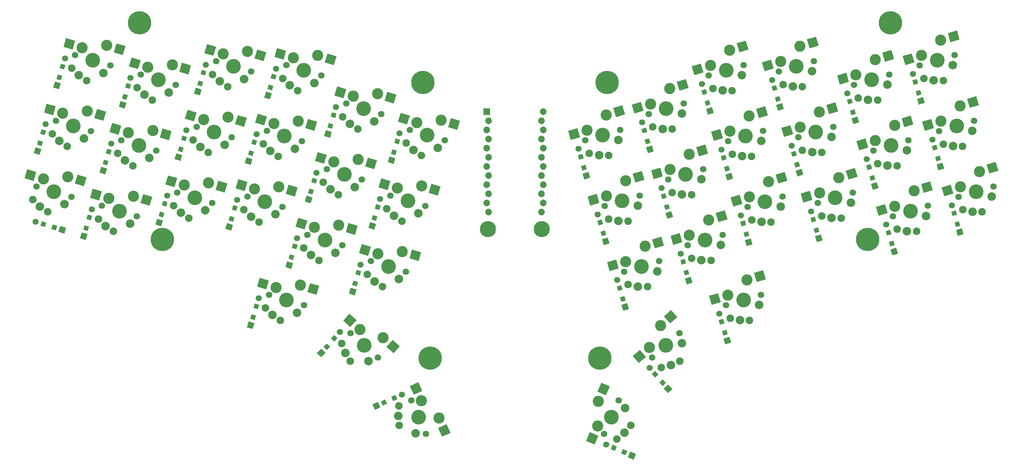
<source format=gbs>
G04 #@! TF.GenerationSoftware,KiCad,Pcbnew,5.1.6-c6e7f7d~87~ubuntu16.04.1*
G04 #@! TF.CreationDate,2020-08-10T13:21:27+02:00*
G04 #@! TF.ProjectId,ack42_pcb,61636b34-325f-4706-9362-2e6b69636164,rev?*
G04 #@! TF.SameCoordinates,Original*
G04 #@! TF.FileFunction,Soldermask,Bot*
G04 #@! TF.FilePolarity,Negative*
%FSLAX46Y46*%
G04 Gerber Fmt 4.6, Leading zero omitted, Abs format (unit mm)*
G04 Created by KiCad (PCBNEW 5.1.6-c6e7f7d~87~ubuntu16.04.1) date 2020-08-10 13:21:27*
%MOMM*%
%LPD*%
G01*
G04 APERTURE LIST*
%ADD10C,2.100000*%
%ADD11C,0.100000*%
%ADD12C,3.100000*%
%ADD13C,2.386000*%
%ADD14C,4.087800*%
%ADD15C,1.801800*%
%ADD16C,4.500000*%
%ADD17C,1.852600*%
%ADD18R,1.852600X1.852600*%
%ADD19C,1.700000*%
%ADD20C,6.500000*%
G04 APERTURE END LIST*
D10*
X189205331Y-128503191D03*
D11*
G36*
X191907935Y-112519870D02*
G01*
X193630747Y-114467155D01*
X191646015Y-116223098D01*
X189923203Y-114275813D01*
X191907935Y-112519870D01*
G37*
D12*
X188968391Y-116856309D03*
X185895577Y-122966294D03*
D13*
X191895915Y-127831809D03*
D14*
X190432153Y-122344059D03*
D13*
X194968729Y-121721824D03*
D15*
X186627458Y-125710169D03*
X194236848Y-118977949D03*
D11*
G36*
X183217953Y-123599505D02*
G01*
X184940765Y-125546790D01*
X182956033Y-127302733D01*
X181233221Y-125355448D01*
X183217953Y-123599505D01*
G37*
D10*
X194341611Y-126762898D03*
X176784336Y-148404606D03*
D11*
G36*
X172478883Y-132776628D02*
G01*
X174863240Y-133813375D01*
X173806555Y-136243584D01*
X171422198Y-135206837D01*
X172478883Y-132776628D01*
G37*
D12*
X171647410Y-137949081D03*
X171444686Y-144785235D03*
D13*
X178939096Y-146659037D03*
D14*
X175293253Y-142304059D03*
D13*
X179141820Y-139822883D03*
D15*
X173267608Y-146962724D03*
X177318898Y-137645394D03*
D11*
G36*
X169285541Y-146490733D02*
G01*
X171669898Y-147527480D01*
X170613213Y-149957689D01*
X168228856Y-148920942D01*
X169285541Y-146490733D01*
G37*
D10*
X180703907Y-144656679D03*
X116114878Y-139234005D03*
D11*
G36*
X130480770Y-146743453D02*
G01*
X128096413Y-147780200D01*
X127039728Y-145349991D01*
X129424085Y-144313244D01*
X130480770Y-146743453D01*
G37*
D12*
X127264940Y-142607746D03*
X122403551Y-137797237D03*
D13*
X115921964Y-142000372D03*
D14*
X121593452Y-142304059D03*
D13*
X120783353Y-146810881D03*
D15*
X119567807Y-137645394D03*
X123619097Y-146962724D03*
D11*
G36*
X122628763Y-135054993D02*
G01*
X120244406Y-136091740D01*
X119187721Y-133661531D01*
X121572078Y-132624784D01*
X122628763Y-135054993D01*
G37*
D10*
X116182798Y-144656679D03*
X100191819Y-121876989D03*
D11*
G36*
X116385367Y-122611572D02*
G01*
X114662555Y-124558857D01*
X112677823Y-122802914D01*
X114400635Y-120855629D01*
X116385367Y-122611572D01*
G37*
D12*
X111723011Y-120222418D03*
X105284088Y-117917128D03*
D13*
X101186097Y-124465698D03*
D14*
X106454554Y-122344058D03*
D13*
X107625020Y-126770988D03*
D15*
X102649859Y-118977948D03*
X110259249Y-125710168D03*
D11*
G36*
X104329276Y-115336632D02*
G01*
X102606464Y-117283917D01*
X100621732Y-115527974D01*
X102344544Y-113580689D01*
X104329276Y-115336632D01*
G37*
D10*
X102545096Y-126762897D03*
D16*
X155943352Y-90022060D03*
X140943352Y-90022060D03*
D17*
X156291952Y-57332858D03*
X141051952Y-85272858D03*
X155834752Y-59872858D03*
X156291952Y-62412858D03*
X155834752Y-64952858D03*
X156291952Y-67492858D03*
X155834752Y-70032858D03*
X156291952Y-72572858D03*
X155834752Y-75112858D03*
X156291952Y-77652858D03*
X155834752Y-80192858D03*
X156291952Y-82732858D03*
X155834752Y-85272858D03*
X140594752Y-82732858D03*
X141051952Y-80192858D03*
X140594752Y-77652858D03*
X141051952Y-75112858D03*
X140594752Y-72572858D03*
X141051952Y-70032858D03*
X140594752Y-67492858D03*
X141051952Y-64952858D03*
X140594752Y-62412858D03*
X141051952Y-59872858D03*
D18*
X140594752Y-57332858D03*
D11*
G36*
X22899204Y-45582400D02*
G01*
X21652738Y-45213180D01*
X22021958Y-43966714D01*
X23268424Y-44335934D01*
X22899204Y-45582400D01*
G37*
G36*
X22004556Y-48602682D02*
G01*
X20758090Y-48233462D01*
X21127310Y-46986996D01*
X22373776Y-47356216D01*
X22004556Y-48602682D01*
G37*
G36*
X21479181Y-51080505D02*
G01*
X19849187Y-50597679D01*
X20332013Y-48967685D01*
X21962007Y-49450511D01*
X21479181Y-51080505D01*
G37*
D19*
X23120917Y-42545301D03*
D11*
G36*
X116072705Y-66402800D02*
G01*
X114826239Y-66033580D01*
X115195459Y-64787114D01*
X116441925Y-65156334D01*
X116072705Y-66402800D01*
G37*
G36*
X115178057Y-69423082D02*
G01*
X113931591Y-69053862D01*
X114300811Y-67807396D01*
X115547277Y-68176616D01*
X115178057Y-69423082D01*
G37*
G36*
X114652682Y-71900905D02*
G01*
X113022688Y-71418079D01*
X113505514Y-69788085D01*
X115135508Y-70270911D01*
X114652682Y-71900905D01*
G37*
D19*
X116294418Y-63365701D03*
D10*
X122349161Y-69508297D03*
D11*
G36*
X119137230Y-58398558D02*
G01*
X118398790Y-60891489D01*
X115857918Y-60138848D01*
X116596358Y-57645917D01*
X119137230Y-58398558D01*
G37*
D15*
X128895656Y-65294059D03*
X119154048Y-62408463D03*
D13*
X126956556Y-67368762D03*
D14*
X124024852Y-63851261D03*
D13*
X120146652Y-68000666D03*
D12*
X121093148Y-60333760D03*
X127903052Y-59701856D03*
D11*
G36*
X133138282Y-59896768D02*
G01*
X132399842Y-62389699D01*
X129858970Y-61637058D01*
X130597410Y-59144127D01*
X133138282Y-59896768D01*
G37*
D10*
X118151495Y-66074699D03*
D20*
X124822153Y-125876560D03*
X253004352Y-32576859D03*
X246631254Y-92921759D03*
X172064552Y-125876559D03*
X174069552Y-49178859D03*
X50255452Y-92921759D03*
X122817151Y-49178859D03*
X43882354Y-32576860D03*
D10*
X23764661Y-66953694D03*
D11*
G36*
X20552730Y-55843955D02*
G01*
X19814290Y-58336886D01*
X17273418Y-57584245D01*
X18011858Y-55091314D01*
X20552730Y-55843955D01*
G37*
D15*
X30311156Y-62739456D03*
X20569548Y-59853860D03*
D13*
X28372056Y-64814159D03*
D14*
X25440352Y-61296658D03*
D13*
X21562152Y-65446063D03*
D12*
X22508648Y-57779157D03*
X29318552Y-57147253D03*
D11*
G36*
X34553782Y-57342165D02*
G01*
X33815342Y-59835096D01*
X31274470Y-59082455D01*
X32012910Y-56589524D01*
X34553782Y-57342165D01*
G37*
D10*
X19566995Y-63520096D03*
X116938663Y-87773794D03*
D11*
G36*
X113726732Y-76664055D02*
G01*
X112988292Y-79156986D01*
X110447420Y-78404345D01*
X111185860Y-75911414D01*
X113726732Y-76664055D01*
G37*
D15*
X123485158Y-83559556D03*
X113743550Y-80673960D03*
D13*
X121546058Y-85634259D03*
D14*
X118614354Y-82116758D03*
D13*
X114736154Y-86266163D03*
D12*
X115682650Y-78599257D03*
X122492554Y-77967353D03*
D11*
G36*
X127727784Y-78162265D02*
G01*
X126989344Y-80655196D01*
X124448472Y-79902555D01*
X125186912Y-77409624D01*
X127727784Y-78162265D01*
G37*
D10*
X112740997Y-84340196D03*
D11*
G36*
X41164505Y-50993402D02*
G01*
X39918039Y-50624182D01*
X40287259Y-49377716D01*
X41533725Y-49746936D01*
X41164505Y-50993402D01*
G37*
G36*
X40269857Y-54013684D02*
G01*
X39023391Y-53644464D01*
X39392611Y-52397998D01*
X40639077Y-52767218D01*
X40269857Y-54013684D01*
G37*
G36*
X39744482Y-56491507D02*
G01*
X38114488Y-56008681D01*
X38597314Y-54378687D01*
X40227308Y-54861513D01*
X39744482Y-56491507D01*
G37*
D19*
X41386218Y-47956303D03*
D11*
G36*
X62128105Y-47294400D02*
G01*
X60881639Y-46925180D01*
X61250859Y-45678714D01*
X62497325Y-46047934D01*
X62128105Y-47294400D01*
G37*
G36*
X61233457Y-50314682D02*
G01*
X59986991Y-49945462D01*
X60356211Y-48698996D01*
X61602677Y-49068216D01*
X61233457Y-50314682D01*
G37*
G36*
X60708082Y-52792505D02*
G01*
X59078088Y-52309679D01*
X59560914Y-50679685D01*
X61190908Y-51162511D01*
X60708082Y-52792505D01*
G37*
D19*
X62349818Y-44257301D03*
D11*
G36*
X81671705Y-48390403D02*
G01*
X80425239Y-48021183D01*
X80794459Y-46774717D01*
X82040925Y-47143937D01*
X81671705Y-48390403D01*
G37*
G36*
X80777057Y-51410685D02*
G01*
X79530591Y-51041465D01*
X79899811Y-49794999D01*
X81146277Y-50164219D01*
X80777057Y-51410685D01*
G37*
G36*
X80251682Y-53888508D02*
G01*
X78621688Y-53405682D01*
X79104514Y-51775688D01*
X80734508Y-52258514D01*
X80251682Y-53888508D01*
G37*
D19*
X81893418Y-45353304D03*
D11*
G36*
X98375204Y-59074401D02*
G01*
X97128738Y-58705181D01*
X97497958Y-57458715D01*
X98744424Y-57827935D01*
X98375204Y-59074401D01*
G37*
G36*
X97480556Y-62094683D02*
G01*
X96234090Y-61725463D01*
X96603310Y-60478997D01*
X97849776Y-60848217D01*
X97480556Y-62094683D01*
G37*
G36*
X96955181Y-64572506D02*
G01*
X95325187Y-64089680D01*
X95808013Y-62459686D01*
X97438007Y-62942512D01*
X96955181Y-64572506D01*
G37*
D19*
X98596917Y-56037302D03*
D11*
G36*
X167582290Y-70322213D02*
G01*
X166335824Y-70691433D01*
X165966604Y-69444967D01*
X167213070Y-69075747D01*
X167582290Y-70322213D01*
G37*
G36*
X168476938Y-73342495D02*
G01*
X167230472Y-73711715D01*
X166861252Y-72465249D01*
X168107718Y-72096029D01*
X168476938Y-73342495D01*
G37*
G36*
X169385841Y-75706712D02*
G01*
X167755847Y-76189538D01*
X167273021Y-74559544D01*
X168903015Y-74076718D01*
X169385841Y-75706712D01*
G37*
D19*
X166114111Y-67654334D03*
D11*
G36*
X185279789Y-62993812D02*
G01*
X184033323Y-63363032D01*
X183664103Y-62116566D01*
X184910569Y-61747346D01*
X185279789Y-62993812D01*
G37*
G36*
X186174437Y-66014094D02*
G01*
X184927971Y-66383314D01*
X184558751Y-65136848D01*
X185805217Y-64767628D01*
X186174437Y-66014094D01*
G37*
G36*
X187083340Y-68378311D02*
G01*
X185453346Y-68861137D01*
X184970520Y-67231143D01*
X186600514Y-66748317D01*
X187083340Y-68378311D01*
G37*
D19*
X183811610Y-60325933D03*
D11*
G36*
X201983288Y-52309812D02*
G01*
X200736822Y-52679032D01*
X200367602Y-51432566D01*
X201614068Y-51063346D01*
X201983288Y-52309812D01*
G37*
G36*
X202877936Y-55330094D02*
G01*
X201631470Y-55699314D01*
X201262250Y-54452848D01*
X202508716Y-54083628D01*
X202877936Y-55330094D01*
G37*
G36*
X203786839Y-57694311D02*
G01*
X202156845Y-58177137D01*
X201674019Y-56547143D01*
X203304013Y-56064317D01*
X203786839Y-57694311D01*
G37*
D19*
X200515109Y-49641933D03*
D11*
G36*
X221526890Y-51213813D02*
G01*
X220280424Y-51583033D01*
X219911204Y-50336567D01*
X221157670Y-49967347D01*
X221526890Y-51213813D01*
G37*
G36*
X222421538Y-54234095D02*
G01*
X221175072Y-54603315D01*
X220805852Y-53356849D01*
X222052318Y-52987629D01*
X222421538Y-54234095D01*
G37*
G36*
X223330441Y-56598312D02*
G01*
X221700447Y-57081138D01*
X221217621Y-55451144D01*
X222847615Y-54968318D01*
X223330441Y-56598312D01*
G37*
D19*
X220058711Y-48545934D03*
D11*
G36*
X242490487Y-54912813D02*
G01*
X241244021Y-55282033D01*
X240874801Y-54035567D01*
X242121267Y-53666347D01*
X242490487Y-54912813D01*
G37*
G36*
X243385135Y-57933095D02*
G01*
X242138669Y-58302315D01*
X241769449Y-57055849D01*
X243015915Y-56686629D01*
X243385135Y-57933095D01*
G37*
G36*
X244294038Y-60297312D02*
G01*
X242664044Y-60780138D01*
X242181218Y-59150144D01*
X243811212Y-58667318D01*
X244294038Y-60297312D01*
G37*
D19*
X241022308Y-52244934D03*
D11*
G36*
X260755789Y-49501812D02*
G01*
X259509323Y-49871032D01*
X259140103Y-48624566D01*
X260386569Y-48255346D01*
X260755789Y-49501812D01*
G37*
G36*
X261650437Y-52522094D02*
G01*
X260403971Y-52891314D01*
X260034751Y-51644848D01*
X261281217Y-51275628D01*
X261650437Y-52522094D01*
G37*
G36*
X262559340Y-54886311D02*
G01*
X260929346Y-55369137D01*
X260446520Y-53739143D01*
X262076514Y-53256317D01*
X262559340Y-54886311D01*
G37*
D19*
X259287610Y-46833933D03*
D11*
G36*
X17488203Y-63848200D02*
G01*
X16241737Y-63478980D01*
X16610957Y-62232514D01*
X17857423Y-62601734D01*
X17488203Y-63848200D01*
G37*
G36*
X16593555Y-66868482D02*
G01*
X15347089Y-66499262D01*
X15716309Y-65252796D01*
X16962775Y-65622016D01*
X16593555Y-66868482D01*
G37*
G36*
X16068180Y-69346305D02*
G01*
X14438186Y-68863479D01*
X14921012Y-67233485D01*
X16551006Y-67716311D01*
X16068180Y-69346305D01*
G37*
D19*
X17709916Y-60811101D03*
D11*
G36*
X35754204Y-69258700D02*
G01*
X34507738Y-68889480D01*
X34876958Y-67643014D01*
X36123424Y-68012234D01*
X35754204Y-69258700D01*
G37*
G36*
X34859556Y-72278982D02*
G01*
X33613090Y-71909762D01*
X33982310Y-70663296D01*
X35228776Y-71032516D01*
X34859556Y-72278982D01*
G37*
G36*
X34334181Y-74756805D02*
G01*
X32704187Y-74273979D01*
X33187013Y-72643985D01*
X34817007Y-73126811D01*
X34334181Y-74756805D01*
G37*
D19*
X35975917Y-66221601D03*
D11*
G36*
X56717703Y-65560400D02*
G01*
X55471237Y-65191180D01*
X55840457Y-63944714D01*
X57086923Y-64313934D01*
X56717703Y-65560400D01*
G37*
G36*
X55823055Y-68580682D02*
G01*
X54576589Y-68211462D01*
X54945809Y-66964996D01*
X56192275Y-67334216D01*
X55823055Y-68580682D01*
G37*
G36*
X55297680Y-71058505D02*
G01*
X53667686Y-70575679D01*
X54150512Y-68945685D01*
X55780506Y-69428511D01*
X55297680Y-71058505D01*
G37*
D19*
X56939416Y-62523301D03*
D11*
G36*
X76261204Y-66656199D02*
G01*
X75014738Y-66286979D01*
X75383958Y-65040513D01*
X76630424Y-65409733D01*
X76261204Y-66656199D01*
G37*
G36*
X75366556Y-69676481D02*
G01*
X74120090Y-69307261D01*
X74489310Y-68060795D01*
X75735776Y-68430015D01*
X75366556Y-69676481D01*
G37*
G36*
X74841181Y-72154304D02*
G01*
X73211187Y-71671478D01*
X73694013Y-70041484D01*
X75324007Y-70524310D01*
X74841181Y-72154304D01*
G37*
D19*
X76482917Y-63619100D03*
D11*
G36*
X92964705Y-77340201D02*
G01*
X91718239Y-76970981D01*
X92087459Y-75724515D01*
X93333925Y-76093735D01*
X92964705Y-77340201D01*
G37*
G36*
X92070057Y-80360483D02*
G01*
X90823591Y-79991263D01*
X91192811Y-78744797D01*
X92439277Y-79114017D01*
X92070057Y-80360483D01*
G37*
G36*
X91544682Y-82838306D02*
G01*
X89914688Y-82355480D01*
X90397514Y-80725486D01*
X92027508Y-81208312D01*
X91544682Y-82838306D01*
G37*
D19*
X93186418Y-74303102D03*
D11*
G36*
X110662206Y-84668298D02*
G01*
X109415740Y-84299078D01*
X109784960Y-83052612D01*
X111031426Y-83421832D01*
X110662206Y-84668298D01*
G37*
G36*
X109767558Y-87688580D02*
G01*
X108521092Y-87319360D01*
X108890312Y-86072894D01*
X110136778Y-86442114D01*
X109767558Y-87688580D01*
G37*
G36*
X109242183Y-90166403D02*
G01*
X107612189Y-89683577D01*
X108095015Y-88053583D01*
X109725009Y-88536409D01*
X109242183Y-90166403D01*
G37*
D19*
X110883919Y-81631199D03*
D11*
G36*
X172992788Y-88587714D02*
G01*
X171746322Y-88956934D01*
X171377102Y-87710468D01*
X172623568Y-87341248D01*
X172992788Y-88587714D01*
G37*
G36*
X173887436Y-91607996D02*
G01*
X172640970Y-91977216D01*
X172271750Y-90730750D01*
X173518216Y-90361530D01*
X173887436Y-91607996D01*
G37*
G36*
X174796339Y-93972213D02*
G01*
X173166345Y-94455039D01*
X172683519Y-92825045D01*
X174313513Y-92342219D01*
X174796339Y-93972213D01*
G37*
D19*
X171524609Y-85919835D03*
D11*
G36*
X190690289Y-81259613D02*
G01*
X189443823Y-81628833D01*
X189074603Y-80382367D01*
X190321069Y-80013147D01*
X190690289Y-81259613D01*
G37*
G36*
X191584937Y-84279895D02*
G01*
X190338471Y-84649115D01*
X189969251Y-83402649D01*
X191215717Y-83033429D01*
X191584937Y-84279895D01*
G37*
G36*
X192493840Y-86644112D02*
G01*
X190863846Y-87126938D01*
X190381020Y-85496944D01*
X192011014Y-85014118D01*
X192493840Y-86644112D01*
G37*
D19*
X189222110Y-78591734D03*
X205925608Y-67907734D03*
D11*
G36*
X209197338Y-75960112D02*
G01*
X207567344Y-76442938D01*
X207084518Y-74812944D01*
X208714512Y-74330118D01*
X209197338Y-75960112D01*
G37*
G36*
X208288435Y-73595895D02*
G01*
X207041969Y-73965115D01*
X206672749Y-72718649D01*
X207919215Y-72349429D01*
X208288435Y-73595895D01*
G37*
G36*
X207393787Y-70575613D02*
G01*
X206147321Y-70944833D01*
X205778101Y-69698367D01*
X207024567Y-69329147D01*
X207393787Y-70575613D01*
G37*
G36*
X226937289Y-69479813D02*
G01*
X225690823Y-69849033D01*
X225321603Y-68602567D01*
X226568069Y-68233347D01*
X226937289Y-69479813D01*
G37*
G36*
X227831937Y-72500095D02*
G01*
X226585471Y-72869315D01*
X226216251Y-71622849D01*
X227462717Y-71253629D01*
X227831937Y-72500095D01*
G37*
G36*
X228740840Y-74864312D02*
G01*
X227110846Y-75347138D01*
X226628020Y-73717144D01*
X228258014Y-73234318D01*
X228740840Y-74864312D01*
G37*
D19*
X225469110Y-66811934D03*
D11*
G36*
X247900789Y-73178114D02*
G01*
X246654323Y-73547334D01*
X246285103Y-72300868D01*
X247531569Y-71931648D01*
X247900789Y-73178114D01*
G37*
G36*
X248795437Y-76198396D02*
G01*
X247548971Y-76567616D01*
X247179751Y-75321150D01*
X248426217Y-74951930D01*
X248795437Y-76198396D01*
G37*
G36*
X249704340Y-78562613D02*
G01*
X248074346Y-79045439D01*
X247591520Y-77415445D01*
X249221514Y-76932619D01*
X249704340Y-78562613D01*
G37*
D19*
X246432610Y-70510235D03*
D11*
G36*
X266166790Y-67767611D02*
G01*
X264920324Y-68136831D01*
X264551104Y-66890365D01*
X265797570Y-66521145D01*
X266166790Y-67767611D01*
G37*
G36*
X267061438Y-70787893D02*
G01*
X265814972Y-71157113D01*
X265445752Y-69910647D01*
X266692218Y-69541427D01*
X267061438Y-70787893D01*
G37*
G36*
X267970341Y-73152110D02*
G01*
X266340347Y-73634936D01*
X265857521Y-72004942D01*
X267487515Y-71522116D01*
X267970341Y-73152110D01*
G37*
D19*
X264698611Y-65099732D03*
D11*
G36*
X17937215Y-88204189D02*
G01*
X17567995Y-89450655D01*
X16321529Y-89081435D01*
X16690749Y-87834969D01*
X17937215Y-88204189D01*
G37*
G36*
X20957497Y-89098837D02*
G01*
X20588277Y-90345303D01*
X19341811Y-89976083D01*
X19711031Y-88729617D01*
X20957497Y-89098837D01*
G37*
G36*
X23435320Y-89624212D02*
G01*
X22952494Y-91254206D01*
X21322500Y-90771380D01*
X21805326Y-89141386D01*
X23435320Y-89624212D01*
G37*
D19*
X14900116Y-87982476D03*
D11*
G36*
X30343204Y-87524202D02*
G01*
X29096738Y-87154982D01*
X29465958Y-85908516D01*
X30712424Y-86277736D01*
X30343204Y-87524202D01*
G37*
G36*
X29448556Y-90544484D02*
G01*
X28202090Y-90175264D01*
X28571310Y-88928798D01*
X29817776Y-89298018D01*
X29448556Y-90544484D01*
G37*
G36*
X28923181Y-93022307D02*
G01*
X27293187Y-92539481D01*
X27776013Y-90909487D01*
X29406007Y-91392313D01*
X28923181Y-93022307D01*
G37*
D19*
X30564917Y-84487103D03*
D11*
G36*
X51335605Y-83730017D02*
G01*
X50089139Y-83360797D01*
X50458359Y-82114331D01*
X51704825Y-82483551D01*
X51335605Y-83730017D01*
G37*
G36*
X50440957Y-86750299D02*
G01*
X49194491Y-86381079D01*
X49563711Y-85134613D01*
X50810177Y-85503833D01*
X50440957Y-86750299D01*
G37*
G36*
X49915582Y-89228122D02*
G01*
X48285588Y-88745296D01*
X48768414Y-87115302D01*
X50398408Y-87598128D01*
X49915582Y-89228122D01*
G37*
D19*
X51557318Y-80692918D03*
D11*
G36*
X70850705Y-84921700D02*
G01*
X69604239Y-84552480D01*
X69973459Y-83306014D01*
X71219925Y-83675234D01*
X70850705Y-84921700D01*
G37*
G36*
X69956057Y-87941982D02*
G01*
X68709591Y-87572762D01*
X69078811Y-86326296D01*
X70325277Y-86695516D01*
X69956057Y-87941982D01*
G37*
G36*
X69430682Y-90419805D02*
G01*
X67800688Y-89936979D01*
X68283514Y-88306985D01*
X69913508Y-88789811D01*
X69430682Y-90419805D01*
G37*
D19*
X71072418Y-81884601D03*
D11*
G36*
X87554204Y-95605700D02*
G01*
X86307738Y-95236480D01*
X86676958Y-93990014D01*
X87923424Y-94359234D01*
X87554204Y-95605700D01*
G37*
G36*
X86659556Y-98625982D02*
G01*
X85413090Y-98256762D01*
X85782310Y-97010296D01*
X87028776Y-97379516D01*
X86659556Y-98625982D01*
G37*
G36*
X86134181Y-101103805D02*
G01*
X84504187Y-100620979D01*
X84987013Y-98990985D01*
X86617007Y-99473811D01*
X86134181Y-101103805D01*
G37*
D19*
X87775917Y-92568601D03*
D11*
G36*
X105251704Y-102933802D02*
G01*
X104005238Y-102564582D01*
X104374458Y-101318116D01*
X105620924Y-101687336D01*
X105251704Y-102933802D01*
G37*
G36*
X104357056Y-105954084D02*
G01*
X103110590Y-105584864D01*
X103479810Y-104338398D01*
X104726276Y-104707618D01*
X104357056Y-105954084D01*
G37*
G36*
X103831681Y-108431907D02*
G01*
X102201687Y-107949081D01*
X102684513Y-106319087D01*
X104314507Y-106801913D01*
X103831681Y-108431907D01*
G37*
D19*
X105473417Y-99896703D03*
D11*
G36*
X178403288Y-106853213D02*
G01*
X177156822Y-107222433D01*
X176787602Y-105975967D01*
X178034068Y-105606747D01*
X178403288Y-106853213D01*
G37*
G36*
X179297936Y-109873495D02*
G01*
X178051470Y-110242715D01*
X177682250Y-108996249D01*
X178928716Y-108627029D01*
X179297936Y-109873495D01*
G37*
G36*
X180206839Y-112237712D02*
G01*
X178576845Y-112720538D01*
X178094019Y-111090544D01*
X179724013Y-110607718D01*
X180206839Y-112237712D01*
G37*
D19*
X176935109Y-104185334D03*
D11*
G36*
X196100788Y-99525112D02*
G01*
X194854322Y-99894332D01*
X194485102Y-98647866D01*
X195731568Y-98278646D01*
X196100788Y-99525112D01*
G37*
G36*
X196995436Y-102545394D02*
G01*
X195748970Y-102914614D01*
X195379750Y-101668148D01*
X196626216Y-101298928D01*
X196995436Y-102545394D01*
G37*
G36*
X197904339Y-104909611D02*
G01*
X196274345Y-105392437D01*
X195791519Y-103762443D01*
X197421513Y-103279617D01*
X197904339Y-104909611D01*
G37*
D19*
X194632609Y-96857233D03*
D11*
G36*
X212804289Y-88841111D02*
G01*
X211557823Y-89210331D01*
X211188603Y-87963865D01*
X212435069Y-87594645D01*
X212804289Y-88841111D01*
G37*
G36*
X213698937Y-91861393D02*
G01*
X212452471Y-92230613D01*
X212083251Y-90984147D01*
X213329717Y-90614927D01*
X213698937Y-91861393D01*
G37*
G36*
X214607840Y-94225610D02*
G01*
X212977846Y-94708436D01*
X212495020Y-93078442D01*
X214125014Y-92595616D01*
X214607840Y-94225610D01*
G37*
D19*
X211336110Y-86173232D03*
D11*
G36*
X232347789Y-87745312D02*
G01*
X231101323Y-88114532D01*
X230732103Y-86868066D01*
X231978569Y-86498846D01*
X232347789Y-87745312D01*
G37*
G36*
X233242437Y-90765594D02*
G01*
X231995971Y-91134814D01*
X231626751Y-89888348D01*
X232873217Y-89519128D01*
X233242437Y-90765594D01*
G37*
G36*
X234151340Y-93129811D02*
G01*
X232521346Y-93612637D01*
X232038520Y-91982643D01*
X233668514Y-91499817D01*
X234151340Y-93129811D01*
G37*
D19*
X230879610Y-85077433D03*
D11*
G36*
X253311790Y-91443613D02*
G01*
X252065324Y-91812833D01*
X251696104Y-90566367D01*
X252942570Y-90197147D01*
X253311790Y-91443613D01*
G37*
G36*
X254206438Y-94463895D02*
G01*
X252959972Y-94833115D01*
X252590752Y-93586649D01*
X253837218Y-93217429D01*
X254206438Y-94463895D01*
G37*
G36*
X255115341Y-96828112D02*
G01*
X253485347Y-97310938D01*
X253002521Y-95680944D01*
X254632515Y-95198118D01*
X255115341Y-96828112D01*
G37*
D19*
X251843611Y-88775734D03*
D11*
G36*
X271576789Y-86033112D02*
G01*
X270330323Y-86402332D01*
X269961103Y-85155866D01*
X271207569Y-84786646D01*
X271576789Y-86033112D01*
G37*
G36*
X272471437Y-89053394D02*
G01*
X271224971Y-89422614D01*
X270855751Y-88176148D01*
X272102217Y-87806928D01*
X272471437Y-89053394D01*
G37*
G36*
X273380340Y-91417611D02*
G01*
X271750346Y-91900437D01*
X271267520Y-90270443D01*
X272897514Y-89787617D01*
X273380340Y-91417611D01*
G37*
D19*
X270108610Y-83365233D03*
D11*
G36*
X76846206Y-112302101D02*
G01*
X75599740Y-111932881D01*
X75968960Y-110686415D01*
X77215426Y-111055635D01*
X76846206Y-112302101D01*
G37*
G36*
X75951558Y-115322383D02*
G01*
X74705092Y-114953163D01*
X75074312Y-113706697D01*
X76320778Y-114075917D01*
X75951558Y-115322383D01*
G37*
G36*
X75426183Y-117800206D02*
G01*
X73796189Y-117317380D01*
X74279015Y-115687386D01*
X75909009Y-116170212D01*
X75426183Y-117800206D01*
G37*
D19*
X77067919Y-109265002D03*
D11*
G36*
X98169131Y-121295816D02*
G01*
X97195489Y-120434410D01*
X98056895Y-119460768D01*
X99030537Y-120322174D01*
X98169131Y-121295816D01*
G37*
G36*
X96081877Y-123655026D02*
G01*
X95108235Y-122793620D01*
X95969641Y-121819978D01*
X96943283Y-122681384D01*
X96081877Y-123655026D01*
G37*
G36*
X94558553Y-125678663D02*
G01*
X93285329Y-124552209D01*
X94411783Y-123278985D01*
X95685007Y-124405439D01*
X94558553Y-125678663D01*
G37*
D19*
X99653604Y-118636970D03*
D11*
G36*
X114527317Y-137852459D02*
G01*
X114008943Y-136660281D01*
X115201121Y-136141907D01*
X115719495Y-137334085D01*
X114527317Y-137852459D01*
G37*
G36*
X111638577Y-139108519D02*
G01*
X111120203Y-137916341D01*
X112312381Y-137397967D01*
X112830755Y-138590145D01*
X111638577Y-139108519D01*
G37*
G36*
X109402751Y-140298772D02*
G01*
X108724877Y-138739770D01*
X110283879Y-138061896D01*
X110961753Y-139620898D01*
X109402751Y-140298772D01*
G37*
D19*
X116996383Y-136070092D03*
D11*
G36*
X176856652Y-150507888D02*
G01*
X176338278Y-151700066D01*
X175146100Y-151181692D01*
X175664474Y-149989514D01*
X176856652Y-150507888D01*
G37*
G36*
X179745392Y-151763948D02*
G01*
X179227018Y-152956126D01*
X178034840Y-152437752D01*
X178553214Y-151245574D01*
X179745392Y-151763948D01*
G37*
G36*
X182140718Y-152587377D02*
G01*
X181462844Y-154146379D01*
X179903842Y-153468505D01*
X180581716Y-151909503D01*
X182140718Y-152587377D01*
G37*
D19*
X173869212Y-149917699D03*
D11*
G36*
X188381985Y-130439974D02*
G01*
X187408343Y-131301380D01*
X186546937Y-130327738D01*
X187520579Y-129466332D01*
X188381985Y-130439974D01*
G37*
G36*
X190469239Y-132799184D02*
G01*
X189495597Y-133660590D01*
X188634191Y-132686948D01*
X189607833Y-131825542D01*
X190469239Y-132799184D01*
G37*
G36*
X192292145Y-134557773D02*
G01*
X191018921Y-135684227D01*
X189892467Y-134411003D01*
X191165691Y-133284549D01*
X192292145Y-134557773D01*
G37*
D19*
X185923870Y-128642534D03*
D11*
G36*
X206808789Y-116221514D02*
G01*
X205562323Y-116590734D01*
X205193103Y-115344268D01*
X206439569Y-114975048D01*
X206808789Y-116221514D01*
G37*
G36*
X207703437Y-119241796D02*
G01*
X206456971Y-119611016D01*
X206087751Y-118364550D01*
X207334217Y-117995330D01*
X207703437Y-119241796D01*
G37*
G36*
X208612340Y-121606013D02*
G01*
X206982346Y-122088839D01*
X206499520Y-120458845D01*
X208129514Y-119976019D01*
X208612340Y-121606013D01*
G37*
D19*
X205340610Y-113553635D03*
D10*
X29175662Y-48687896D03*
D11*
G36*
X25963731Y-37578157D02*
G01*
X25225291Y-40071088D01*
X22684419Y-39318447D01*
X23422859Y-36825516D01*
X25963731Y-37578157D01*
G37*
D15*
X35722157Y-44473658D03*
X25980549Y-41588062D03*
D13*
X33783057Y-46548361D03*
D14*
X30851353Y-43030860D03*
D13*
X26973153Y-47180265D03*
D12*
X27919649Y-39513359D03*
X34729553Y-38881455D03*
D11*
G36*
X39964783Y-39076367D02*
G01*
X39226343Y-41569298D01*
X36685471Y-40816657D01*
X37423911Y-38323726D01*
X39964783Y-39076367D01*
G37*
D10*
X24977996Y-45254298D03*
X47440961Y-54098895D03*
D11*
G36*
X44229030Y-42989156D02*
G01*
X43490590Y-45482087D01*
X40949718Y-44729446D01*
X41688158Y-42236515D01*
X44229030Y-42989156D01*
G37*
D15*
X53987456Y-49884657D03*
X44245848Y-46999061D03*
D13*
X52048356Y-51959360D03*
D14*
X49116652Y-48441859D03*
D13*
X45238452Y-52591264D03*
D12*
X46184948Y-44924358D03*
X52994852Y-44292454D03*
D11*
G36*
X58230082Y-44487366D02*
G01*
X57491642Y-46980297D01*
X54950770Y-46227656D01*
X55689210Y-43734725D01*
X58230082Y-44487366D01*
G37*
D10*
X43243295Y-50665297D03*
X68404562Y-50399896D03*
D11*
G36*
X65192631Y-39290157D02*
G01*
X64454191Y-41783088D01*
X61913319Y-41030447D01*
X62651759Y-38537516D01*
X65192631Y-39290157D01*
G37*
D15*
X74951057Y-46185658D03*
X65209449Y-43300062D03*
D13*
X73011957Y-48260361D03*
D14*
X70080253Y-44742860D03*
D13*
X66202053Y-48892265D03*
D12*
X67148549Y-41225359D03*
X73958453Y-40593455D03*
D11*
G36*
X79193683Y-40788367D02*
G01*
X78455243Y-43281298D01*
X75914371Y-42528657D01*
X76652811Y-40035726D01*
X79193683Y-40788367D01*
G37*
D10*
X64206896Y-46966298D03*
X87948163Y-51495896D03*
D11*
G36*
X84736232Y-40386157D02*
G01*
X83997792Y-42879088D01*
X81456920Y-42126447D01*
X82195360Y-39633516D01*
X84736232Y-40386157D01*
G37*
D15*
X94494658Y-47281658D03*
X84753050Y-44396062D03*
D13*
X92555558Y-49356361D03*
D14*
X89623854Y-45838860D03*
D13*
X85745654Y-49988265D03*
D12*
X86692150Y-42321359D03*
X93502054Y-41689455D03*
D11*
G36*
X98737284Y-41884367D02*
G01*
X97998844Y-44377298D01*
X95457972Y-43624657D01*
X96196412Y-41131726D01*
X98737284Y-41884367D01*
G37*
D10*
X83750497Y-48062298D03*
X104651661Y-62179895D03*
D11*
G36*
X101439730Y-51070156D02*
G01*
X100701290Y-53563087D01*
X98160418Y-52810446D01*
X98898858Y-50317515D01*
X101439730Y-51070156D01*
G37*
D15*
X111198156Y-57965657D03*
X101456548Y-55080061D03*
D13*
X109259056Y-60040360D03*
D14*
X106327352Y-56522859D03*
D13*
X102449152Y-60672264D03*
D12*
X103395648Y-53005358D03*
X110205552Y-52373454D03*
D11*
G36*
X115440782Y-52568366D02*
G01*
X114702342Y-55061297D01*
X112161470Y-54308656D01*
X112899910Y-51815725D01*
X115440782Y-52568366D01*
G37*
D10*
X100453995Y-58746297D03*
X174537544Y-69508295D03*
D11*
G36*
X165792993Y-61940227D02*
G01*
X166531433Y-64433158D01*
X163990561Y-65185799D01*
X163252121Y-62692868D01*
X165792993Y-61940227D01*
G37*
D15*
X177732657Y-62408461D03*
X167991049Y-65294057D03*
D13*
X177236355Y-65204563D03*
D14*
X172861853Y-63851259D03*
D13*
X171869249Y-69443462D03*
D12*
X168487351Y-62497955D03*
X173854457Y-58259056D03*
D11*
G36*
X178351247Y-55571212D02*
G01*
X179089687Y-58064143D01*
X176548815Y-58816784D01*
X175810375Y-56323853D01*
X178351247Y-55571212D01*
G37*
D10*
X169147013Y-68914851D03*
X192235044Y-62179895D03*
D11*
G36*
X183490493Y-54611827D02*
G01*
X184228933Y-57104758D01*
X181688061Y-57857399D01*
X180949621Y-55364468D01*
X183490493Y-54611827D01*
G37*
D15*
X195430157Y-55080061D03*
X185688549Y-57965657D03*
D13*
X194933855Y-57876163D03*
D14*
X190559353Y-56522859D03*
D13*
X189566749Y-62115062D03*
D12*
X186184851Y-55169555D03*
X191551957Y-50930656D03*
D11*
G36*
X196048747Y-48242812D02*
G01*
X196787187Y-50735743D01*
X194246315Y-51488384D01*
X193507875Y-48995453D01*
X196048747Y-48242812D01*
G37*
D10*
X186844513Y-61586451D03*
X208938544Y-51495896D03*
D11*
G36*
X200193993Y-43927828D02*
G01*
X200932433Y-46420759D01*
X198391561Y-47173400D01*
X197653121Y-44680469D01*
X200193993Y-43927828D01*
G37*
D15*
X212133657Y-44396062D03*
X202392049Y-47281658D03*
D13*
X211637355Y-47192164D03*
D14*
X207262853Y-45838860D03*
D13*
X206270249Y-51431063D03*
D12*
X202888351Y-44485556D03*
X208255457Y-40246657D03*
D11*
G36*
X212752247Y-37558813D02*
G01*
X213490687Y-40051744D01*
X210949815Y-40804385D01*
X210211375Y-38311454D01*
X212752247Y-37558813D01*
G37*
D10*
X203548013Y-50902452D03*
X228482143Y-50399895D03*
D11*
G36*
X219737592Y-42831827D02*
G01*
X220476032Y-45324758D01*
X217935160Y-46077399D01*
X217196720Y-43584468D01*
X219737592Y-42831827D01*
G37*
D15*
X231677256Y-43300061D03*
X221935648Y-46185657D03*
D13*
X231180954Y-46096163D03*
D14*
X226806452Y-44742859D03*
D13*
X225813848Y-50335062D03*
D12*
X222431950Y-43389555D03*
X227799056Y-39150656D03*
D11*
G36*
X232295846Y-36462812D02*
G01*
X233034286Y-38955743D01*
X230493414Y-39708384D01*
X229754974Y-37215453D01*
X232295846Y-36462812D01*
G37*
D10*
X223091612Y-49806451D03*
X249445742Y-54098896D03*
D11*
G36*
X240701191Y-46530828D02*
G01*
X241439631Y-49023759D01*
X238898759Y-49776400D01*
X238160319Y-47283469D01*
X240701191Y-46530828D01*
G37*
D15*
X252640855Y-46999062D03*
X242899247Y-49884658D03*
D13*
X252144553Y-49795164D03*
D14*
X247770051Y-48441860D03*
D13*
X246777447Y-54034063D03*
D12*
X243395549Y-47088556D03*
X248762655Y-42849657D03*
D11*
G36*
X253259445Y-40161813D02*
G01*
X253997885Y-42654744D01*
X251457013Y-43407385D01*
X250718573Y-40914454D01*
X253259445Y-40161813D01*
G37*
D10*
X244055211Y-53505452D03*
X267711045Y-48687896D03*
D11*
G36*
X258966494Y-41119828D02*
G01*
X259704934Y-43612759D01*
X257164062Y-44365400D01*
X256425622Y-41872469D01*
X258966494Y-41119828D01*
G37*
D15*
X270906158Y-41588062D03*
X261164550Y-44473658D03*
D13*
X270409856Y-44384164D03*
D14*
X266035354Y-43030860D03*
D13*
X265042750Y-48623063D03*
D12*
X261660852Y-41677556D03*
X267027958Y-37438657D03*
D11*
G36*
X271524748Y-34750813D02*
G01*
X272263188Y-37243744D01*
X269722316Y-37996385D01*
X268983876Y-35503454D01*
X271524748Y-34750813D01*
G37*
D10*
X262320514Y-48094452D03*
X42030662Y-72364195D03*
D11*
G36*
X38818731Y-61254456D02*
G01*
X38080291Y-63747387D01*
X35539419Y-62994746D01*
X36277859Y-60501815D01*
X38818731Y-61254456D01*
G37*
D15*
X48577157Y-68149957D03*
X38835549Y-65264361D03*
D13*
X46638057Y-70224660D03*
D14*
X43706353Y-66707159D03*
D13*
X39828153Y-70856564D03*
D12*
X40774649Y-63189658D03*
X47584553Y-62557754D03*
D11*
G36*
X52819783Y-62752666D02*
G01*
X52081343Y-65245597D01*
X49540471Y-64492956D01*
X50278911Y-62000025D01*
X52819783Y-62752666D01*
G37*
D10*
X37832996Y-68930597D03*
X62994162Y-68665897D03*
D11*
G36*
X59782231Y-57556158D02*
G01*
X59043791Y-60049089D01*
X56502919Y-59296448D01*
X57241359Y-56803517D01*
X59782231Y-57556158D01*
G37*
D15*
X69540657Y-64451659D03*
X59799049Y-61566063D03*
D13*
X67601557Y-66526362D03*
D14*
X64669853Y-63008861D03*
D13*
X60791653Y-67158266D03*
D12*
X61738149Y-59491360D03*
X68548053Y-58859456D03*
D11*
G36*
X73783283Y-59054368D02*
G01*
X73044843Y-61547299D01*
X70503971Y-60794658D01*
X71242411Y-58301727D01*
X73783283Y-59054368D01*
G37*
D10*
X58796496Y-65232299D03*
X82537660Y-69761696D03*
D11*
G36*
X79325729Y-58651957D02*
G01*
X78587289Y-61144888D01*
X76046417Y-60392247D01*
X76784857Y-57899316D01*
X79325729Y-58651957D01*
G37*
D15*
X89084155Y-65547458D03*
X79342547Y-62661862D03*
D13*
X87145055Y-67622161D03*
D14*
X84213351Y-64104660D03*
D13*
X80335151Y-68254065D03*
D12*
X81281647Y-60587159D03*
X88091551Y-59955255D03*
D11*
G36*
X93326781Y-60150167D02*
G01*
X92588341Y-62643098D01*
X90047469Y-61890457D01*
X90785909Y-59397526D01*
X93326781Y-60150167D01*
G37*
D10*
X78339994Y-66328098D03*
X99241162Y-80445697D03*
D11*
G36*
X96029231Y-69335958D02*
G01*
X95290791Y-71828889D01*
X92749919Y-71076248D01*
X93488359Y-68583317D01*
X96029231Y-69335958D01*
G37*
D15*
X105787657Y-76231459D03*
X96046049Y-73345863D03*
D13*
X103848557Y-78306162D03*
D14*
X100916853Y-74788661D03*
D13*
X97038653Y-78938066D03*
D12*
X97985149Y-71271160D03*
X104795053Y-70639256D03*
D11*
G36*
X110030283Y-70834168D02*
G01*
X109291843Y-73327099D01*
X106750971Y-72574458D01*
X107489411Y-70081527D01*
X110030283Y-70834168D01*
G37*
D10*
X95043496Y-77012099D03*
X179948043Y-87773795D03*
D11*
G36*
X171203492Y-80205727D02*
G01*
X171941932Y-82698658D01*
X169401060Y-83451299D01*
X168662620Y-80958368D01*
X171203492Y-80205727D01*
G37*
D15*
X183143156Y-80673961D03*
X173401548Y-83559557D03*
D13*
X182646854Y-83470063D03*
D14*
X178272352Y-82116759D03*
D13*
X177279748Y-87708962D03*
D12*
X173897850Y-80763455D03*
X179264956Y-76524556D03*
D11*
G36*
X183761746Y-73836712D02*
G01*
X184500186Y-76329643D01*
X181959314Y-77082284D01*
X181220874Y-74589353D01*
X183761746Y-73836712D01*
G37*
D10*
X174557512Y-87180351D03*
X197645543Y-80445697D03*
D11*
G36*
X188900992Y-72877629D02*
G01*
X189639432Y-75370560D01*
X187098560Y-76123201D01*
X186360120Y-73630270D01*
X188900992Y-72877629D01*
G37*
D15*
X200840656Y-73345863D03*
X191099048Y-76231459D03*
D13*
X200344354Y-76141965D03*
D14*
X195969852Y-74788661D03*
D13*
X194977248Y-80380864D03*
D12*
X191595350Y-73435357D03*
X196962456Y-69196458D03*
D11*
G36*
X201459246Y-66508614D02*
G01*
X202197686Y-69001545D01*
X199656814Y-69754186D01*
X198918374Y-67261255D01*
X201459246Y-66508614D01*
G37*
D10*
X192255012Y-79852253D03*
X214349043Y-69761695D03*
D11*
G36*
X205604492Y-62193627D02*
G01*
X206342932Y-64686558D01*
X203802060Y-65439199D01*
X203063620Y-62946268D01*
X205604492Y-62193627D01*
G37*
D15*
X217544156Y-62661861D03*
X207802548Y-65547457D03*
D13*
X217047854Y-65457963D03*
D14*
X212673352Y-64104659D03*
D13*
X211680748Y-69696862D03*
D12*
X208298850Y-62751355D03*
X213665956Y-58512456D03*
D11*
G36*
X218162746Y-55824612D02*
G01*
X218901186Y-58317543D01*
X216360314Y-59070184D01*
X215621874Y-56577253D01*
X218162746Y-55824612D01*
G37*
D10*
X208958512Y-69168251D03*
X233892544Y-68665897D03*
D11*
G36*
X225147993Y-61097829D02*
G01*
X225886433Y-63590760D01*
X223345561Y-64343401D01*
X222607121Y-61850470D01*
X225147993Y-61097829D01*
G37*
D15*
X237087657Y-61566063D03*
X227346049Y-64451659D03*
D13*
X236591355Y-64362165D03*
D14*
X232216853Y-63008861D03*
D13*
X231224249Y-68601064D03*
D12*
X227842351Y-61655557D03*
X233209457Y-57416658D03*
D11*
G36*
X237706247Y-54728814D02*
G01*
X238444687Y-57221745D01*
X235903815Y-57974386D01*
X235165375Y-55481455D01*
X237706247Y-54728814D01*
G37*
D10*
X228502013Y-68072453D03*
X254856043Y-72364198D03*
D11*
G36*
X246111492Y-64796130D02*
G01*
X246849932Y-67289061D01*
X244309060Y-68041702D01*
X243570620Y-65548771D01*
X246111492Y-64796130D01*
G37*
D15*
X258051156Y-65264364D03*
X248309548Y-68149960D03*
D13*
X257554854Y-68060466D03*
D14*
X253180352Y-66707162D03*
D13*
X252187748Y-72299365D03*
D12*
X248805850Y-65353858D03*
X254172956Y-61114959D03*
D11*
G36*
X258669746Y-58427115D02*
G01*
X259408186Y-60920046D01*
X256867314Y-61672687D01*
X256128874Y-59179756D01*
X258669746Y-58427115D01*
G37*
D10*
X249465512Y-71770754D03*
X273122045Y-66953695D03*
D11*
G36*
X264377494Y-59385627D02*
G01*
X265115934Y-61878558D01*
X262575062Y-62631199D01*
X261836622Y-60138268D01*
X264377494Y-59385627D01*
G37*
D15*
X276317158Y-59853861D03*
X266575550Y-62739457D03*
D13*
X275820856Y-62649963D03*
D14*
X271446354Y-61296659D03*
D13*
X270453750Y-66888862D03*
D12*
X267071852Y-59943355D03*
X272438958Y-55704456D03*
D11*
G36*
X276935748Y-53016612D02*
G01*
X277674188Y-55509543D01*
X275133316Y-56262184D01*
X274394876Y-53769253D01*
X276935748Y-53016612D01*
G37*
D10*
X267731514Y-66360251D03*
X18354660Y-85219196D03*
D11*
G36*
X15142729Y-74109457D02*
G01*
X14404289Y-76602388D01*
X11863417Y-75849747D01*
X12601857Y-73356816D01*
X15142729Y-74109457D01*
G37*
D15*
X24901155Y-81004958D03*
X15159547Y-78119362D03*
D13*
X22962055Y-83079661D03*
D14*
X20030351Y-79562160D03*
D13*
X16152151Y-83711565D03*
D12*
X17098647Y-76044659D03*
X23908551Y-75412755D03*
D11*
G36*
X29143781Y-75607667D02*
G01*
X28405341Y-78100598D01*
X25864469Y-77347957D01*
X26602909Y-74855026D01*
X29143781Y-75607667D01*
G37*
D10*
X14156994Y-81785598D03*
X36619661Y-90629695D03*
D11*
G36*
X33407730Y-79519956D02*
G01*
X32669290Y-82012887D01*
X30128418Y-81260246D01*
X30866858Y-78767315D01*
X33407730Y-79519956D01*
G37*
D15*
X43166156Y-86415457D03*
X33424548Y-83529861D03*
D13*
X41227056Y-88490160D03*
D14*
X38295352Y-84972659D03*
D13*
X34417152Y-89122064D03*
D12*
X35363648Y-81455158D03*
X42173552Y-80823254D03*
D11*
G36*
X47408782Y-81018166D02*
G01*
X46670342Y-83511097D01*
X44129470Y-82758456D01*
X44867910Y-80265525D01*
X47408782Y-81018166D01*
G37*
D10*
X32421995Y-87196097D03*
X57583664Y-86931395D03*
D11*
G36*
X54371733Y-75821656D02*
G01*
X53633293Y-78314587D01*
X51092421Y-77561946D01*
X51830861Y-75069015D01*
X54371733Y-75821656D01*
G37*
D15*
X64130159Y-82717157D03*
X54388551Y-79831561D03*
D13*
X62191059Y-84791860D03*
D14*
X59259355Y-81274359D03*
D13*
X55381155Y-85423764D03*
D12*
X56327651Y-77756858D03*
X63137555Y-77124954D03*
D11*
G36*
X68372785Y-77319866D02*
G01*
X67634345Y-79812797D01*
X65093473Y-79060156D01*
X65831913Y-76567225D01*
X68372785Y-77319866D01*
G37*
D10*
X53385998Y-83497797D03*
X77127161Y-88027196D03*
D11*
G36*
X73915230Y-76917457D02*
G01*
X73176790Y-79410388D01*
X70635918Y-78657747D01*
X71374358Y-76164816D01*
X73915230Y-76917457D01*
G37*
D15*
X83673656Y-83812958D03*
X73932048Y-80927362D03*
D13*
X81734556Y-85887661D03*
D14*
X78802852Y-82370160D03*
D13*
X74924652Y-86519565D03*
D12*
X75871148Y-78852659D03*
X82681052Y-78220755D03*
D11*
G36*
X87916282Y-78415667D02*
G01*
X87177842Y-80908598D01*
X84636970Y-80155957D01*
X85375410Y-77663026D01*
X87916282Y-78415667D01*
G37*
D10*
X72929495Y-84593598D03*
X93830663Y-98711195D03*
D11*
G36*
X90618732Y-87601456D02*
G01*
X89880292Y-90094387D01*
X87339420Y-89341746D01*
X88077860Y-86848815D01*
X90618732Y-87601456D01*
G37*
D15*
X100377158Y-94496957D03*
X90635550Y-91611361D03*
D13*
X98438058Y-96571660D03*
D14*
X95506354Y-93054159D03*
D13*
X91628154Y-97203564D03*
D12*
X92574650Y-89536658D03*
X99384554Y-88904754D03*
D11*
G36*
X104619784Y-89099666D02*
G01*
X103881344Y-91592597D01*
X101340472Y-90839956D01*
X102078912Y-88347025D01*
X104619784Y-89099666D01*
G37*
D10*
X89632997Y-95277597D03*
X111528163Y-106039296D03*
D11*
G36*
X108316232Y-94929557D02*
G01*
X107577792Y-97422488D01*
X105036920Y-96669847D01*
X105775360Y-94176916D01*
X108316232Y-94929557D01*
G37*
D15*
X118074658Y-101825058D03*
X108333050Y-98939462D03*
D13*
X116135558Y-103899761D03*
D14*
X113203854Y-100382260D03*
D13*
X109325654Y-104531665D03*
D12*
X110272150Y-96864759D03*
X117082054Y-96232855D03*
D11*
G36*
X122317284Y-96427767D02*
G01*
X121578844Y-98920698D01*
X119037972Y-98168057D01*
X119776412Y-95675126D01*
X122317284Y-96427767D01*
G37*
D10*
X107330497Y-102605698D03*
X185358544Y-106039296D03*
D11*
G36*
X176613993Y-98471228D02*
G01*
X177352433Y-100964159D01*
X174811561Y-101716800D01*
X174073121Y-99223869D01*
X176613993Y-98471228D01*
G37*
D15*
X188553657Y-98939462D03*
X178812049Y-101825058D03*
D13*
X188057355Y-101735564D03*
D14*
X183682853Y-100382260D03*
D13*
X182690249Y-105974463D03*
D12*
X179308351Y-99028956D03*
X184675457Y-94790057D03*
D11*
G36*
X189172247Y-92102213D02*
G01*
X189910687Y-94595144D01*
X187369815Y-95347785D01*
X186631375Y-92854854D01*
X189172247Y-92102213D01*
G37*
D10*
X179968013Y-105445852D03*
X203056043Y-98711194D03*
D11*
G36*
X194311492Y-91143126D02*
G01*
X195049932Y-93636057D01*
X192509060Y-94388698D01*
X191770620Y-91895767D01*
X194311492Y-91143126D01*
G37*
D15*
X206251156Y-91611360D03*
X196509548Y-94496956D03*
D13*
X205754854Y-94407462D03*
D14*
X201380352Y-93054158D03*
D13*
X200387748Y-98646361D03*
D12*
X197005850Y-91700854D03*
X202372956Y-87461955D03*
D11*
G36*
X206869746Y-84774111D02*
G01*
X207608186Y-87267042D01*
X205067314Y-88019683D01*
X204328874Y-85526752D01*
X206869746Y-84774111D01*
G37*
D10*
X197665512Y-98117750D03*
X219759543Y-88027196D03*
D11*
G36*
X211014992Y-80459128D02*
G01*
X211753432Y-82952059D01*
X209212560Y-83704700D01*
X208474120Y-81211769D01*
X211014992Y-80459128D01*
G37*
D15*
X222954656Y-80927362D03*
X213213048Y-83812958D03*
D13*
X222458354Y-83723464D03*
D14*
X218083852Y-82370160D03*
D13*
X217091248Y-87962363D03*
D12*
X213709350Y-81016856D03*
X219076456Y-76777957D03*
D11*
G36*
X223573246Y-74090113D02*
G01*
X224311686Y-76583044D01*
X221770814Y-77335685D01*
X221032374Y-74842754D01*
X223573246Y-74090113D01*
G37*
D10*
X214369012Y-87433752D03*
X239303043Y-86931396D03*
D11*
G36*
X230558492Y-79363328D02*
G01*
X231296932Y-81856259D01*
X228756060Y-82608900D01*
X228017620Y-80115969D01*
X230558492Y-79363328D01*
G37*
D15*
X242498156Y-79831562D03*
X232756548Y-82717158D03*
D13*
X242001854Y-82627664D03*
D14*
X237627352Y-81274360D03*
D13*
X236634748Y-86866563D03*
D12*
X233252850Y-79921056D03*
X238619956Y-75682157D03*
D11*
G36*
X243116746Y-72994313D02*
G01*
X243855186Y-75487244D01*
X241314314Y-76239885D01*
X240575874Y-73746954D01*
X243116746Y-72994313D01*
G37*
D10*
X233912512Y-86337952D03*
X260267045Y-90629696D03*
D11*
G36*
X251522494Y-83061628D02*
G01*
X252260934Y-85554559D01*
X249720062Y-86307200D01*
X248981622Y-83814269D01*
X251522494Y-83061628D01*
G37*
D15*
X263462158Y-83529862D03*
X253720550Y-86415458D03*
D13*
X262965856Y-86325964D03*
D14*
X258591354Y-84972660D03*
D13*
X257598750Y-90564863D03*
D12*
X254216852Y-83619356D03*
X259583958Y-79380457D03*
D11*
G36*
X264080748Y-76692613D02*
G01*
X264819188Y-79185544D01*
X262278316Y-79938185D01*
X261539876Y-77445254D01*
X264080748Y-76692613D01*
G37*
D10*
X254876514Y-90036252D03*
X278532045Y-85219196D03*
D11*
G36*
X269787494Y-77651128D02*
G01*
X270525934Y-80144059D01*
X267985062Y-80896700D01*
X267246622Y-78403769D01*
X269787494Y-77651128D01*
G37*
D15*
X281727158Y-78119362D03*
X271985550Y-81004958D03*
D13*
X281230856Y-80915464D03*
D14*
X276856354Y-79562160D03*
D13*
X275863750Y-85154363D03*
D12*
X272481852Y-78208856D03*
X277848958Y-73969957D03*
D11*
G36*
X282345748Y-71282113D02*
G01*
X283084188Y-73775044D01*
X280543316Y-74527685D01*
X279804876Y-72034754D01*
X282345748Y-71282113D01*
G37*
D10*
X273141514Y-84625752D03*
X83122663Y-115407596D03*
D11*
G36*
X79910732Y-104297857D02*
G01*
X79172292Y-106790788D01*
X76631420Y-106038147D01*
X77369860Y-103545216D01*
X79910732Y-104297857D01*
G37*
D15*
X89669158Y-111193358D03*
X79927550Y-108307762D03*
D13*
X87730058Y-113268061D03*
D14*
X84798354Y-109750560D03*
D13*
X80920154Y-113899965D03*
D12*
X81866650Y-106233059D03*
X88676554Y-105601155D03*
D11*
G36*
X93911784Y-105796067D02*
G01*
X93173344Y-108288998D01*
X90632472Y-107536357D01*
X91370912Y-105043426D01*
X93911784Y-105796067D01*
G37*
D10*
X78924997Y-111973998D03*
X213764043Y-115407596D03*
D11*
G36*
X205019492Y-107839528D02*
G01*
X205757932Y-110332459D01*
X203217060Y-111085100D01*
X202478620Y-108592169D01*
X205019492Y-107839528D01*
G37*
D15*
X216959156Y-108307762D03*
X207217548Y-111193358D03*
D13*
X216462854Y-111103864D03*
D14*
X212088352Y-109750560D03*
D13*
X211095748Y-115342763D03*
D12*
X207713850Y-108397256D03*
X213080956Y-104158357D03*
D11*
G36*
X217577746Y-101470513D02*
G01*
X218316186Y-103963444D01*
X215775314Y-104716085D01*
X215036874Y-102223154D01*
X217577746Y-101470513D01*
G37*
D10*
X208373512Y-114814152D03*
M02*

</source>
